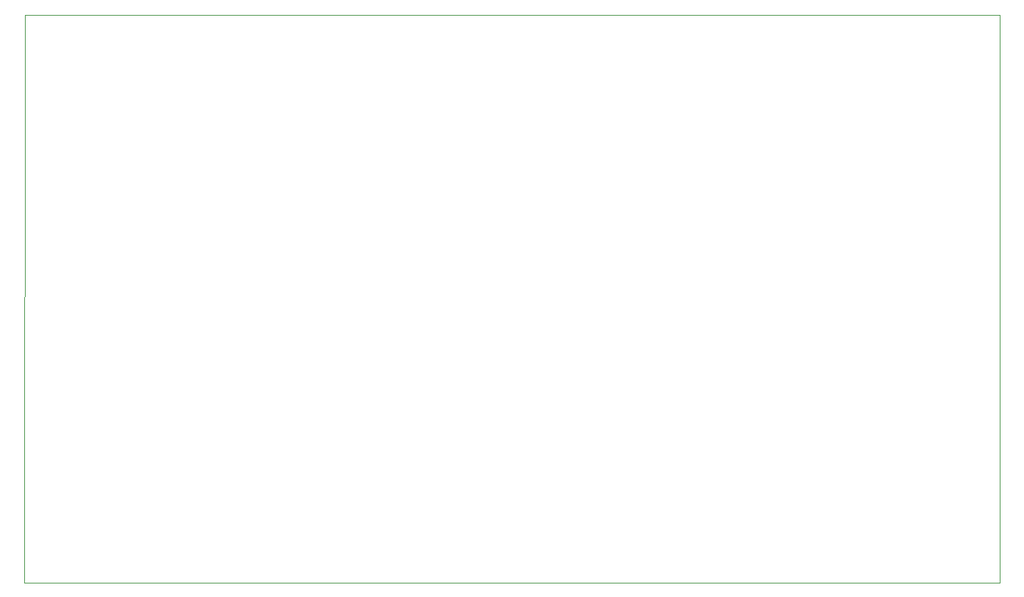
<source format=gbr>
%TF.GenerationSoftware,KiCad,Pcbnew,9.0.6*%
%TF.CreationDate,2026-01-05T16:45:39+01:00*%
%TF.ProjectId,pico-radio-9,7069636f-2d72-4616-9469-6f2d392e6b69,rev?*%
%TF.SameCoordinates,Original*%
%TF.FileFunction,Profile,NP*%
%FSLAX46Y46*%
G04 Gerber Fmt 4.6, Leading zero omitted, Abs format (unit mm)*
G04 Created by KiCad (PCBNEW 9.0.6) date 2026-01-05 16:45:39*
%MOMM*%
%LPD*%
G01*
G04 APERTURE LIST*
%TA.AperFunction,Profile*%
%ADD10C,0.050000*%
%TD*%
G04 APERTURE END LIST*
D10*
X158250000Y-26000000D02*
X158250000Y-93500000D01*
X42504613Y-26000000D02*
X158250000Y-26000000D01*
X158250000Y-93500000D02*
X42500000Y-93500000D01*
X42500000Y-93500000D02*
X42504613Y-26000000D01*
M02*

</source>
